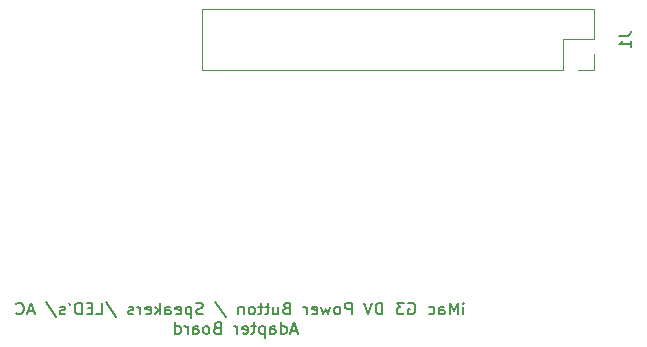
<source format=gbr>
G04 #@! TF.GenerationSoftware,KiCad,Pcbnew,5.1.5-52549c5~84~ubuntu18.04.1*
G04 #@! TF.CreationDate,2020-03-14T14:57:04-04:00*
G04 #@! TF.ProjectId,imac_g3_slot_loading_J22_adapter_board,696d6163-5f67-4335-9f73-6c6f745f6c6f,1*
G04 #@! TF.SameCoordinates,Original*
G04 #@! TF.FileFunction,Legend,Bot*
G04 #@! TF.FilePolarity,Positive*
%FSLAX46Y46*%
G04 Gerber Fmt 4.6, Leading zero omitted, Abs format (unit mm)*
G04 Created by KiCad (PCBNEW 5.1.5-52549c5~84~ubuntu18.04.1) date 2020-03-14 14:57:04*
%MOMM*%
%LPD*%
G04 APERTURE LIST*
%ADD10C,0.150000*%
%ADD11C,0.120000*%
G04 APERTURE END LIST*
D10*
X151847714Y-113955380D02*
X151847714Y-113288714D01*
X151847714Y-112955380D02*
X151895333Y-113003000D01*
X151847714Y-113050619D01*
X151800095Y-113003000D01*
X151847714Y-112955380D01*
X151847714Y-113050619D01*
X151371523Y-113955380D02*
X151371523Y-112955380D01*
X151038190Y-113669666D01*
X150704857Y-112955380D01*
X150704857Y-113955380D01*
X149800095Y-113955380D02*
X149800095Y-113431571D01*
X149847714Y-113336333D01*
X149942952Y-113288714D01*
X150133428Y-113288714D01*
X150228666Y-113336333D01*
X149800095Y-113907761D02*
X149895333Y-113955380D01*
X150133428Y-113955380D01*
X150228666Y-113907761D01*
X150276285Y-113812523D01*
X150276285Y-113717285D01*
X150228666Y-113622047D01*
X150133428Y-113574428D01*
X149895333Y-113574428D01*
X149800095Y-113526809D01*
X148895333Y-113907761D02*
X148990571Y-113955380D01*
X149181047Y-113955380D01*
X149276285Y-113907761D01*
X149323904Y-113860142D01*
X149371523Y-113764904D01*
X149371523Y-113479190D01*
X149323904Y-113383952D01*
X149276285Y-113336333D01*
X149181047Y-113288714D01*
X148990571Y-113288714D01*
X148895333Y-113336333D01*
X147181047Y-113003000D02*
X147276285Y-112955380D01*
X147419142Y-112955380D01*
X147562000Y-113003000D01*
X147657238Y-113098238D01*
X147704857Y-113193476D01*
X147752476Y-113383952D01*
X147752476Y-113526809D01*
X147704857Y-113717285D01*
X147657238Y-113812523D01*
X147562000Y-113907761D01*
X147419142Y-113955380D01*
X147323904Y-113955380D01*
X147181047Y-113907761D01*
X147133428Y-113860142D01*
X147133428Y-113526809D01*
X147323904Y-113526809D01*
X146800095Y-112955380D02*
X146181047Y-112955380D01*
X146514380Y-113336333D01*
X146371523Y-113336333D01*
X146276285Y-113383952D01*
X146228666Y-113431571D01*
X146181047Y-113526809D01*
X146181047Y-113764904D01*
X146228666Y-113860142D01*
X146276285Y-113907761D01*
X146371523Y-113955380D01*
X146657238Y-113955380D01*
X146752476Y-113907761D01*
X146800095Y-113860142D01*
X144990571Y-113955380D02*
X144990571Y-112955380D01*
X144752476Y-112955380D01*
X144609619Y-113003000D01*
X144514380Y-113098238D01*
X144466761Y-113193476D01*
X144419142Y-113383952D01*
X144419142Y-113526809D01*
X144466761Y-113717285D01*
X144514380Y-113812523D01*
X144609619Y-113907761D01*
X144752476Y-113955380D01*
X144990571Y-113955380D01*
X144133428Y-112955380D02*
X143800095Y-113955380D01*
X143466761Y-112955380D01*
X142371523Y-113955380D02*
X142371523Y-112955380D01*
X141990571Y-112955380D01*
X141895333Y-113003000D01*
X141847714Y-113050619D01*
X141800095Y-113145857D01*
X141800095Y-113288714D01*
X141847714Y-113383952D01*
X141895333Y-113431571D01*
X141990571Y-113479190D01*
X142371523Y-113479190D01*
X141228666Y-113955380D02*
X141323904Y-113907761D01*
X141371523Y-113860142D01*
X141419142Y-113764904D01*
X141419142Y-113479190D01*
X141371523Y-113383952D01*
X141323904Y-113336333D01*
X141228666Y-113288714D01*
X141085809Y-113288714D01*
X140990571Y-113336333D01*
X140942952Y-113383952D01*
X140895333Y-113479190D01*
X140895333Y-113764904D01*
X140942952Y-113860142D01*
X140990571Y-113907761D01*
X141085809Y-113955380D01*
X141228666Y-113955380D01*
X140562000Y-113288714D02*
X140371523Y-113955380D01*
X140181047Y-113479190D01*
X139990571Y-113955380D01*
X139800095Y-113288714D01*
X139038190Y-113907761D02*
X139133428Y-113955380D01*
X139323904Y-113955380D01*
X139419142Y-113907761D01*
X139466761Y-113812523D01*
X139466761Y-113431571D01*
X139419142Y-113336333D01*
X139323904Y-113288714D01*
X139133428Y-113288714D01*
X139038190Y-113336333D01*
X138990571Y-113431571D01*
X138990571Y-113526809D01*
X139466761Y-113622047D01*
X138562000Y-113955380D02*
X138562000Y-113288714D01*
X138562000Y-113479190D02*
X138514380Y-113383952D01*
X138466761Y-113336333D01*
X138371523Y-113288714D01*
X138276285Y-113288714D01*
X136847714Y-113431571D02*
X136704857Y-113479190D01*
X136657238Y-113526809D01*
X136609619Y-113622047D01*
X136609619Y-113764904D01*
X136657238Y-113860142D01*
X136704857Y-113907761D01*
X136800095Y-113955380D01*
X137181047Y-113955380D01*
X137181047Y-112955380D01*
X136847714Y-112955380D01*
X136752476Y-113003000D01*
X136704857Y-113050619D01*
X136657238Y-113145857D01*
X136657238Y-113241095D01*
X136704857Y-113336333D01*
X136752476Y-113383952D01*
X136847714Y-113431571D01*
X137181047Y-113431571D01*
X135752476Y-113288714D02*
X135752476Y-113955380D01*
X136181047Y-113288714D02*
X136181047Y-113812523D01*
X136133428Y-113907761D01*
X136038190Y-113955380D01*
X135895333Y-113955380D01*
X135800095Y-113907761D01*
X135752476Y-113860142D01*
X135419142Y-113288714D02*
X135038190Y-113288714D01*
X135276285Y-112955380D02*
X135276285Y-113812523D01*
X135228666Y-113907761D01*
X135133428Y-113955380D01*
X135038190Y-113955380D01*
X134847714Y-113288714D02*
X134466761Y-113288714D01*
X134704857Y-112955380D02*
X134704857Y-113812523D01*
X134657238Y-113907761D01*
X134562000Y-113955380D01*
X134466761Y-113955380D01*
X133990571Y-113955380D02*
X134085809Y-113907761D01*
X134133428Y-113860142D01*
X134181047Y-113764904D01*
X134181047Y-113479190D01*
X134133428Y-113383952D01*
X134085809Y-113336333D01*
X133990571Y-113288714D01*
X133847714Y-113288714D01*
X133752476Y-113336333D01*
X133704857Y-113383952D01*
X133657238Y-113479190D01*
X133657238Y-113764904D01*
X133704857Y-113860142D01*
X133752476Y-113907761D01*
X133847714Y-113955380D01*
X133990571Y-113955380D01*
X133228666Y-113288714D02*
X133228666Y-113955380D01*
X133228666Y-113383952D02*
X133181047Y-113336333D01*
X133085809Y-113288714D01*
X132942952Y-113288714D01*
X132847714Y-113336333D01*
X132800095Y-113431571D01*
X132800095Y-113955380D01*
X130847714Y-112907761D02*
X131704857Y-114193476D01*
X129800095Y-113907761D02*
X129657238Y-113955380D01*
X129419142Y-113955380D01*
X129323904Y-113907761D01*
X129276285Y-113860142D01*
X129228666Y-113764904D01*
X129228666Y-113669666D01*
X129276285Y-113574428D01*
X129323904Y-113526809D01*
X129419142Y-113479190D01*
X129609619Y-113431571D01*
X129704857Y-113383952D01*
X129752476Y-113336333D01*
X129800095Y-113241095D01*
X129800095Y-113145857D01*
X129752476Y-113050619D01*
X129704857Y-113003000D01*
X129609619Y-112955380D01*
X129371523Y-112955380D01*
X129228666Y-113003000D01*
X128800095Y-113288714D02*
X128800095Y-114288714D01*
X128800095Y-113336333D02*
X128704857Y-113288714D01*
X128514380Y-113288714D01*
X128419142Y-113336333D01*
X128371523Y-113383952D01*
X128323904Y-113479190D01*
X128323904Y-113764904D01*
X128371523Y-113860142D01*
X128419142Y-113907761D01*
X128514380Y-113955380D01*
X128704857Y-113955380D01*
X128800095Y-113907761D01*
X127514380Y-113907761D02*
X127609619Y-113955380D01*
X127800095Y-113955380D01*
X127895333Y-113907761D01*
X127942952Y-113812523D01*
X127942952Y-113431571D01*
X127895333Y-113336333D01*
X127800095Y-113288714D01*
X127609619Y-113288714D01*
X127514380Y-113336333D01*
X127466761Y-113431571D01*
X127466761Y-113526809D01*
X127942952Y-113622047D01*
X126609619Y-113955380D02*
X126609619Y-113431571D01*
X126657238Y-113336333D01*
X126752476Y-113288714D01*
X126942952Y-113288714D01*
X127038190Y-113336333D01*
X126609619Y-113907761D02*
X126704857Y-113955380D01*
X126942952Y-113955380D01*
X127038190Y-113907761D01*
X127085809Y-113812523D01*
X127085809Y-113717285D01*
X127038190Y-113622047D01*
X126942952Y-113574428D01*
X126704857Y-113574428D01*
X126609619Y-113526809D01*
X126133428Y-113955380D02*
X126133428Y-112955380D01*
X126038190Y-113574428D02*
X125752476Y-113955380D01*
X125752476Y-113288714D02*
X126133428Y-113669666D01*
X124942952Y-113907761D02*
X125038190Y-113955380D01*
X125228666Y-113955380D01*
X125323904Y-113907761D01*
X125371523Y-113812523D01*
X125371523Y-113431571D01*
X125323904Y-113336333D01*
X125228666Y-113288714D01*
X125038190Y-113288714D01*
X124942952Y-113336333D01*
X124895333Y-113431571D01*
X124895333Y-113526809D01*
X125371523Y-113622047D01*
X124466761Y-113955380D02*
X124466761Y-113288714D01*
X124466761Y-113479190D02*
X124419142Y-113383952D01*
X124371523Y-113336333D01*
X124276285Y-113288714D01*
X124181047Y-113288714D01*
X123895333Y-113907761D02*
X123800095Y-113955380D01*
X123609619Y-113955380D01*
X123514380Y-113907761D01*
X123466761Y-113812523D01*
X123466761Y-113764904D01*
X123514380Y-113669666D01*
X123609619Y-113622047D01*
X123752476Y-113622047D01*
X123847714Y-113574428D01*
X123895333Y-113479190D01*
X123895333Y-113431571D01*
X123847714Y-113336333D01*
X123752476Y-113288714D01*
X123609619Y-113288714D01*
X123514380Y-113336333D01*
X121562000Y-112907761D02*
X122419142Y-114193476D01*
X120752476Y-113955380D02*
X121228666Y-113955380D01*
X121228666Y-112955380D01*
X120419142Y-113431571D02*
X120085809Y-113431571D01*
X119942952Y-113955380D02*
X120419142Y-113955380D01*
X120419142Y-112955380D01*
X119942952Y-112955380D01*
X119514380Y-113955380D02*
X119514380Y-112955380D01*
X119276285Y-112955380D01*
X119133428Y-113003000D01*
X119038190Y-113098238D01*
X118990571Y-113193476D01*
X118942952Y-113383952D01*
X118942952Y-113526809D01*
X118990571Y-113717285D01*
X119038190Y-113812523D01*
X119133428Y-113907761D01*
X119276285Y-113955380D01*
X119514380Y-113955380D01*
X118466761Y-112955380D02*
X118562000Y-113145857D01*
X118085809Y-113907761D02*
X117990571Y-113955380D01*
X117800095Y-113955380D01*
X117704857Y-113907761D01*
X117657238Y-113812523D01*
X117657238Y-113764904D01*
X117704857Y-113669666D01*
X117800095Y-113622047D01*
X117942952Y-113622047D01*
X118038190Y-113574428D01*
X118085809Y-113479190D01*
X118085809Y-113431571D01*
X118038190Y-113336333D01*
X117942952Y-113288714D01*
X117800095Y-113288714D01*
X117704857Y-113336333D01*
X116514380Y-112907761D02*
X117371523Y-114193476D01*
X115466761Y-113669666D02*
X114990571Y-113669666D01*
X115562000Y-113955380D02*
X115228666Y-112955380D01*
X114895333Y-113955380D01*
X113990571Y-113860142D02*
X114038190Y-113907761D01*
X114181047Y-113955380D01*
X114276285Y-113955380D01*
X114419142Y-113907761D01*
X114514380Y-113812523D01*
X114562000Y-113717285D01*
X114609619Y-113526809D01*
X114609619Y-113383952D01*
X114562000Y-113193476D01*
X114514380Y-113098238D01*
X114419142Y-113003000D01*
X114276285Y-112955380D01*
X114181047Y-112955380D01*
X114038190Y-113003000D01*
X113990571Y-113050619D01*
X137728666Y-115319666D02*
X137252476Y-115319666D01*
X137823904Y-115605380D02*
X137490571Y-114605380D01*
X137157238Y-115605380D01*
X136395333Y-115605380D02*
X136395333Y-114605380D01*
X136395333Y-115557761D02*
X136490571Y-115605380D01*
X136681047Y-115605380D01*
X136776285Y-115557761D01*
X136823904Y-115510142D01*
X136871523Y-115414904D01*
X136871523Y-115129190D01*
X136823904Y-115033952D01*
X136776285Y-114986333D01*
X136681047Y-114938714D01*
X136490571Y-114938714D01*
X136395333Y-114986333D01*
X135490571Y-115605380D02*
X135490571Y-115081571D01*
X135538190Y-114986333D01*
X135633428Y-114938714D01*
X135823904Y-114938714D01*
X135919142Y-114986333D01*
X135490571Y-115557761D02*
X135585809Y-115605380D01*
X135823904Y-115605380D01*
X135919142Y-115557761D01*
X135966761Y-115462523D01*
X135966761Y-115367285D01*
X135919142Y-115272047D01*
X135823904Y-115224428D01*
X135585809Y-115224428D01*
X135490571Y-115176809D01*
X135014380Y-114938714D02*
X135014380Y-115938714D01*
X135014380Y-114986333D02*
X134919142Y-114938714D01*
X134728666Y-114938714D01*
X134633428Y-114986333D01*
X134585809Y-115033952D01*
X134538190Y-115129190D01*
X134538190Y-115414904D01*
X134585809Y-115510142D01*
X134633428Y-115557761D01*
X134728666Y-115605380D01*
X134919142Y-115605380D01*
X135014380Y-115557761D01*
X134252476Y-114938714D02*
X133871523Y-114938714D01*
X134109619Y-114605380D02*
X134109619Y-115462523D01*
X134062000Y-115557761D01*
X133966761Y-115605380D01*
X133871523Y-115605380D01*
X133157238Y-115557761D02*
X133252476Y-115605380D01*
X133442952Y-115605380D01*
X133538190Y-115557761D01*
X133585809Y-115462523D01*
X133585809Y-115081571D01*
X133538190Y-114986333D01*
X133442952Y-114938714D01*
X133252476Y-114938714D01*
X133157238Y-114986333D01*
X133109619Y-115081571D01*
X133109619Y-115176809D01*
X133585809Y-115272047D01*
X132681047Y-115605380D02*
X132681047Y-114938714D01*
X132681047Y-115129190D02*
X132633428Y-115033952D01*
X132585809Y-114986333D01*
X132490571Y-114938714D01*
X132395333Y-114938714D01*
X130966761Y-115081571D02*
X130823904Y-115129190D01*
X130776285Y-115176809D01*
X130728666Y-115272047D01*
X130728666Y-115414904D01*
X130776285Y-115510142D01*
X130823904Y-115557761D01*
X130919142Y-115605380D01*
X131300095Y-115605380D01*
X131300095Y-114605380D01*
X130966761Y-114605380D01*
X130871523Y-114653000D01*
X130823904Y-114700619D01*
X130776285Y-114795857D01*
X130776285Y-114891095D01*
X130823904Y-114986333D01*
X130871523Y-115033952D01*
X130966761Y-115081571D01*
X131300095Y-115081571D01*
X130157238Y-115605380D02*
X130252476Y-115557761D01*
X130300095Y-115510142D01*
X130347714Y-115414904D01*
X130347714Y-115129190D01*
X130300095Y-115033952D01*
X130252476Y-114986333D01*
X130157238Y-114938714D01*
X130014380Y-114938714D01*
X129919142Y-114986333D01*
X129871523Y-115033952D01*
X129823904Y-115129190D01*
X129823904Y-115414904D01*
X129871523Y-115510142D01*
X129919142Y-115557761D01*
X130014380Y-115605380D01*
X130157238Y-115605380D01*
X128966761Y-115605380D02*
X128966761Y-115081571D01*
X129014380Y-114986333D01*
X129109619Y-114938714D01*
X129300095Y-114938714D01*
X129395333Y-114986333D01*
X128966761Y-115557761D02*
X129062000Y-115605380D01*
X129300095Y-115605380D01*
X129395333Y-115557761D01*
X129442952Y-115462523D01*
X129442952Y-115367285D01*
X129395333Y-115272047D01*
X129300095Y-115224428D01*
X129062000Y-115224428D01*
X128966761Y-115176809D01*
X128490571Y-115605380D02*
X128490571Y-114938714D01*
X128490571Y-115129190D02*
X128442952Y-115033952D01*
X128395333Y-114986333D01*
X128300095Y-114938714D01*
X128204857Y-114938714D01*
X127442952Y-115605380D02*
X127442952Y-114605380D01*
X127442952Y-115557761D02*
X127538190Y-115605380D01*
X127728666Y-115605380D01*
X127823904Y-115557761D01*
X127871523Y-115510142D01*
X127919142Y-115414904D01*
X127919142Y-115129190D01*
X127871523Y-115033952D01*
X127823904Y-114986333D01*
X127728666Y-114938714D01*
X127538190Y-114938714D01*
X127442952Y-114986333D01*
D11*
X129734000Y-93278000D02*
X129734000Y-88078000D01*
X160274000Y-93278000D02*
X129734000Y-93278000D01*
X162874000Y-88078000D02*
X129734000Y-88078000D01*
X160274000Y-93278000D02*
X160274000Y-90678000D01*
X160274000Y-90678000D02*
X162874000Y-90678000D01*
X162874000Y-90678000D02*
X162874000Y-88078000D01*
X161544000Y-93278000D02*
X162874000Y-93278000D01*
X162874000Y-93278000D02*
X162874000Y-91948000D01*
D10*
X165034380Y-90344666D02*
X165748666Y-90344666D01*
X165891523Y-90297047D01*
X165986761Y-90201809D01*
X166034380Y-90058952D01*
X166034380Y-89963714D01*
X166034380Y-91344666D02*
X166034380Y-90773238D01*
X166034380Y-91058952D02*
X165034380Y-91058952D01*
X165177238Y-90963714D01*
X165272476Y-90868476D01*
X165320095Y-90773238D01*
M02*

</source>
